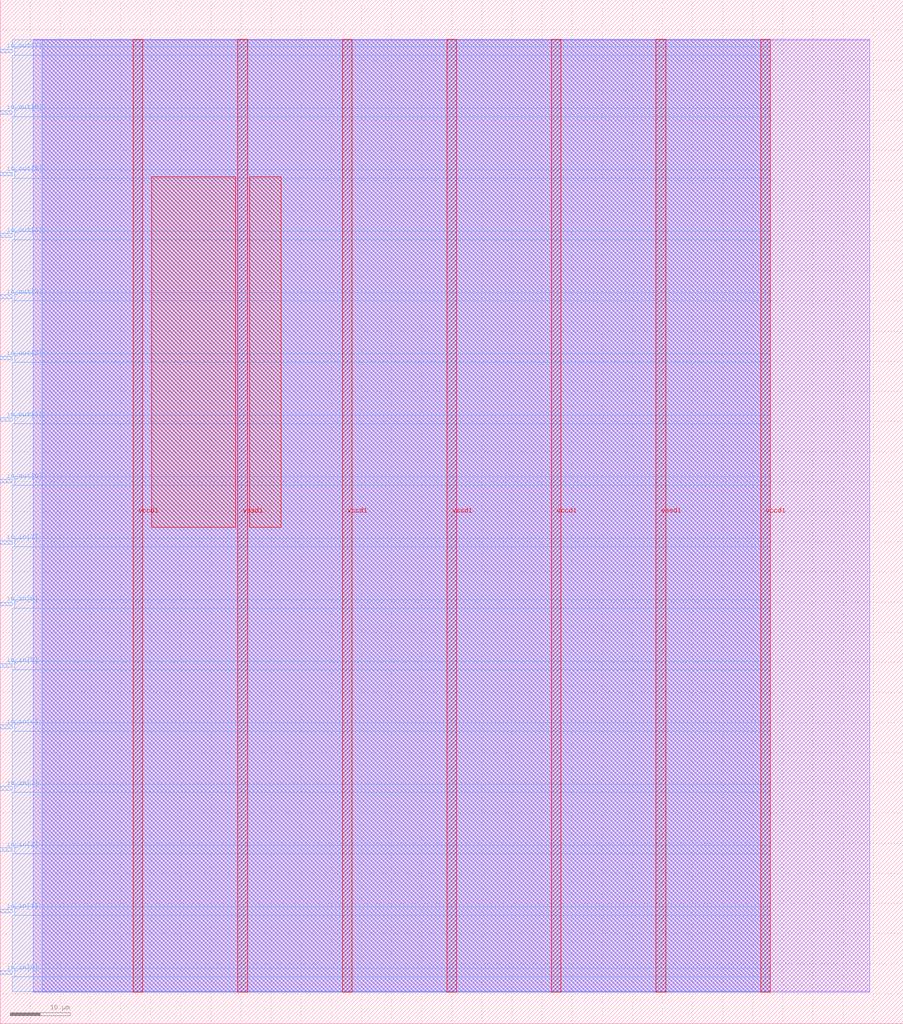
<source format=lef>
VERSION 5.7 ;
  NOWIREEXTENSIONATPIN ON ;
  DIVIDERCHAR "/" ;
  BUSBITCHARS "[]" ;
MACRO user_module_341164910646919762
  CLASS BLOCK ;
  FOREIGN user_module_341164910646919762 ;
  ORIGIN 0.000 0.000 ;
  SIZE 150.000 BY 170.000 ;
  PIN io_in[0]
    DIRECTION INPUT ;
    USE SIGNAL ;
    PORT
      LAYER met3 ;
        RECT 0.000 8.200 2.000 8.800 ;
    END
  END io_in[0]
  PIN io_in[1]
    DIRECTION INPUT ;
    USE SIGNAL ;
    PORT
      LAYER met3 ;
        RECT 0.000 18.400 2.000 19.000 ;
    END
  END io_in[1]
  PIN io_in[2]
    DIRECTION INPUT ;
    USE SIGNAL ;
    PORT
      LAYER met3 ;
        RECT 0.000 28.600 2.000 29.200 ;
    END
  END io_in[2]
  PIN io_in[3]
    DIRECTION INPUT ;
    USE SIGNAL ;
    PORT
      LAYER met3 ;
        RECT 0.000 38.800 2.000 39.400 ;
    END
  END io_in[3]
  PIN io_in[4]
    DIRECTION INPUT ;
    USE SIGNAL ;
    PORT
      LAYER met3 ;
        RECT 0.000 49.000 2.000 49.600 ;
    END
  END io_in[4]
  PIN io_in[5]
    DIRECTION INPUT ;
    USE SIGNAL ;
    PORT
      LAYER met3 ;
        RECT 0.000 59.200 2.000 59.800 ;
    END
  END io_in[5]
  PIN io_in[6]
    DIRECTION INPUT ;
    USE SIGNAL ;
    PORT
      LAYER met3 ;
        RECT 0.000 69.400 2.000 70.000 ;
    END
  END io_in[6]
  PIN io_in[7]
    DIRECTION INPUT ;
    USE SIGNAL ;
    PORT
      LAYER met3 ;
        RECT 0.000 79.600 2.000 80.200 ;
    END
  END io_in[7]
  PIN io_out[0]
    DIRECTION OUTPUT TRISTATE ;
    USE SIGNAL ;
    PORT
      LAYER met3 ;
        RECT 0.000 89.800 2.000 90.400 ;
    END
  END io_out[0]
  PIN io_out[1]
    DIRECTION OUTPUT TRISTATE ;
    USE SIGNAL ;
    PORT
      LAYER met3 ;
        RECT 0.000 100.000 2.000 100.600 ;
    END
  END io_out[1]
  PIN io_out[2]
    DIRECTION OUTPUT TRISTATE ;
    USE SIGNAL ;
    PORT
      LAYER met3 ;
        RECT 0.000 110.200 2.000 110.800 ;
    END
  END io_out[2]
  PIN io_out[3]
    DIRECTION OUTPUT TRISTATE ;
    USE SIGNAL ;
    PORT
      LAYER met3 ;
        RECT 0.000 120.400 2.000 121.000 ;
    END
  END io_out[3]
  PIN io_out[4]
    DIRECTION OUTPUT TRISTATE ;
    USE SIGNAL ;
    PORT
      LAYER met3 ;
        RECT 0.000 130.600 2.000 131.200 ;
    END
  END io_out[4]
  PIN io_out[5]
    DIRECTION OUTPUT TRISTATE ;
    USE SIGNAL ;
    PORT
      LAYER met3 ;
        RECT 0.000 140.800 2.000 141.400 ;
    END
  END io_out[5]
  PIN io_out[6]
    DIRECTION OUTPUT TRISTATE ;
    USE SIGNAL ;
    PORT
      LAYER met3 ;
        RECT 0.000 151.000 2.000 151.600 ;
    END
  END io_out[6]
  PIN io_out[7]
    DIRECTION OUTPUT TRISTATE ;
    USE SIGNAL ;
    PORT
      LAYER met3 ;
        RECT 0.000 161.200 2.000 161.800 ;
    END
  END io_out[7]
  PIN vccd1
    DIRECTION INOUT ;
    USE POWER ;
    PORT
      LAYER met4 ;
        RECT 22.090 5.200 23.690 163.440 ;
    END
    PORT
      LAYER met4 ;
        RECT 56.830 5.200 58.430 163.440 ;
    END
    PORT
      LAYER met4 ;
        RECT 91.570 5.200 93.170 163.440 ;
    END
    PORT
      LAYER met4 ;
        RECT 126.310 5.200 127.910 163.440 ;
    END
  END vccd1
  PIN vssd1
    DIRECTION INOUT ;
    USE GROUND ;
    PORT
      LAYER met4 ;
        RECT 39.460 5.200 41.060 163.440 ;
    END
    PORT
      LAYER met4 ;
        RECT 74.200 5.200 75.800 163.440 ;
    END
    PORT
      LAYER met4 ;
        RECT 108.940 5.200 110.540 163.440 ;
    END
  END vssd1
  OBS
      LAYER li1 ;
        RECT 5.520 5.355 144.440 163.285 ;
      LAYER met1 ;
        RECT 5.520 5.200 144.440 163.440 ;
      LAYER met2 ;
        RECT 7.000 5.255 127.880 163.385 ;
      LAYER met3 ;
        RECT 2.000 162.200 127.900 163.365 ;
        RECT 2.400 160.800 127.900 162.200 ;
        RECT 2.000 152.000 127.900 160.800 ;
        RECT 2.400 150.600 127.900 152.000 ;
        RECT 2.000 141.800 127.900 150.600 ;
        RECT 2.400 140.400 127.900 141.800 ;
        RECT 2.000 131.600 127.900 140.400 ;
        RECT 2.400 130.200 127.900 131.600 ;
        RECT 2.000 121.400 127.900 130.200 ;
        RECT 2.400 120.000 127.900 121.400 ;
        RECT 2.000 111.200 127.900 120.000 ;
        RECT 2.400 109.800 127.900 111.200 ;
        RECT 2.000 101.000 127.900 109.800 ;
        RECT 2.400 99.600 127.900 101.000 ;
        RECT 2.000 90.800 127.900 99.600 ;
        RECT 2.400 89.400 127.900 90.800 ;
        RECT 2.000 80.600 127.900 89.400 ;
        RECT 2.400 79.200 127.900 80.600 ;
        RECT 2.000 70.400 127.900 79.200 ;
        RECT 2.400 69.000 127.900 70.400 ;
        RECT 2.000 60.200 127.900 69.000 ;
        RECT 2.400 58.800 127.900 60.200 ;
        RECT 2.000 50.000 127.900 58.800 ;
        RECT 2.400 48.600 127.900 50.000 ;
        RECT 2.000 39.800 127.900 48.600 ;
        RECT 2.400 38.400 127.900 39.800 ;
        RECT 2.000 29.600 127.900 38.400 ;
        RECT 2.400 28.200 127.900 29.600 ;
        RECT 2.000 19.400 127.900 28.200 ;
        RECT 2.400 18.000 127.900 19.400 ;
        RECT 2.000 9.200 127.900 18.000 ;
        RECT 2.400 7.800 127.900 9.200 ;
        RECT 2.000 5.275 127.900 7.800 ;
      LAYER met4 ;
        RECT 25.135 82.455 39.060 140.585 ;
        RECT 41.460 82.455 46.625 140.585 ;
  END
END user_module_341164910646919762
END LIBRARY


</source>
